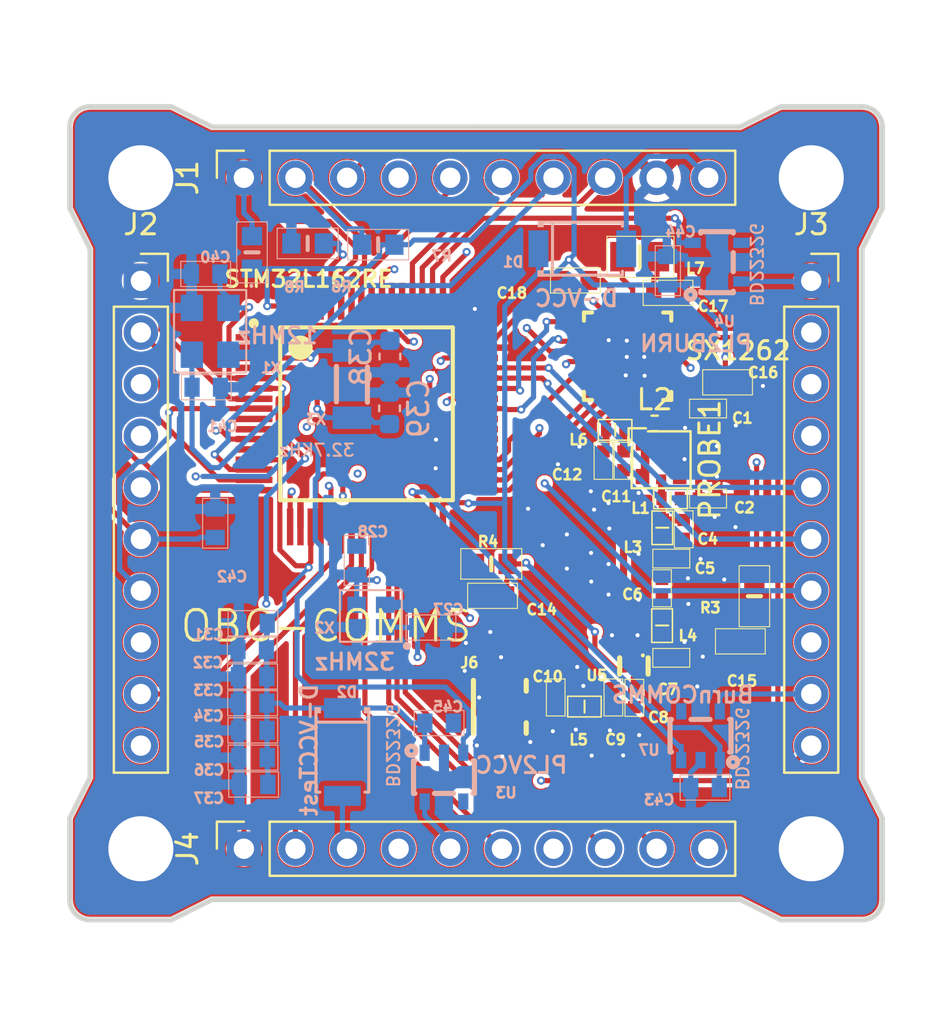
<source format=kicad_pcb>
(kicad_pcb (version 20211014) (generator pcbnew)
  (layers (0 "F.Cu" signal) (1 "In1.Cu" signal) (2 "In2.Cu" signal) (31 "B.Cu" signal) (34 "B.Paste" user) (35 "F.Paste" user) (36 "B.SilkS" user "B.Silkscreen") (37 "F.SilkS" user "F.Silkscreen") (38 "B.Mask" user) (39 "F.Mask" user) (44 "Edge.Cuts" user))
  (net 0 "")
  (net 1 "Net-(C1-Pad1)")
  (net 2 "GND")
  (net 3 "Net-(C4-Pad1)")
  (net 4 "Net-(C4-Pad2)")
  (net 5 "Net-(C6-Pad2)")
  (net 6 "Net-(C7-Pad1)")
  (net 7 "Net-(C8-Pad1)")
  (net 8 "Net-(C8-Pad2)")
  (net 9 "Net-(C10-Pad1)")
  (net 10 "Net-(C14-Pad1)")
  (net 11 "/RFswitch_ctrl")
  (net 12 "VCC")
  (net 13 "Net-(C17-Pad1)")
  (net 14 "/XTB")
  (net 15 "/XTA")
  (net 16 "OSC32_IN")
  (net 17 "OSC32_OUT")
  (net 19 "OSC_OUT")
  (net 20 "NRST")
  (net 21 "Net-(D1-Pad2)")
  (net 22 "VCC_TEST2")
  (net 23 "VCC_TEST1")
  (net 24 "SDA")
  (net 25 "SCL")
  (net 26 "RX")
  (net 28 "PFO")
  (net 30 "TOTAL_CURRENT")
  (net 31 "TX")
  (net 32 "PCLK")
  (net 33 "ADC_PL2")
  (net 34 "DAC_PL2")
  (net 35 "SWCLK")
  (net 36 "SWDIO")
  (net 37 "CHGOFF")
  (net 38 "CLPROG")
  (net 39 "MPPT_X")
  (net 40 "SOLAR_X")
  (net 41 "P{slash}L2BURN")
  (net 42 "PALE")
  (net 43 "PDATA")
  (net 44 "SOLAR_Y")
  (net 45 "SEL_PH2")
  (net 46 "SEL_PH1")
  (net 47 "SEL")
  (net 48 "HEATER")
  (net 49 "BURNCOMMS")
  (net 50 "RST")
  (net 51 "CHRG")
  (net 52 "FAULT")
  (net 53 "SEL_PH3")
  (net 54 "P{slash}L_POWER")
  (net 55 "ADC_PH1")
  (net 56 "RST_DRIVERS")
  (net 57 "MPPT_Y")
  (net 58 "MPPT_Z")
  (net 59 "SOLAR_Z")
  (net 60 "Net-(C11-Pad2)")
  (net 61 "Net-(R3-Pad1)")
  (net 62 "Net-(R6-Pad1)")
  (net 64 "OSC_IN")
  (net 66 "P{slash}L_POWER_OBC")
  (net 67 "BURNCOMMS_OBC")
  (net 68 "NSS")
  (net 69 "SCK")
  (net 70 "MISO")
  (net 71 "MOSI")
  (net 75 "NRESET")
  (net 76 "BUSY")
  (net 77 "DIO1")
  (net 78 "P{slash}L2BURN_OBC")
  (net 84 "Net-(L2-Pad1)")
  (net 88 "Net-(C11-Pad1)")
  (net 89 "Net-(L2-Pad2)")
  (net 90 "Net-(C12-Pad1)")
  (net 91 "Net-(L7-Pad2)")
  (footprint "easyeda:CAPC1608X90N" (layer "F.Cu") (at 104.03 51.857 180)
    (fp_text reference "C18")
    (fp_text value "100nF" hide)
  )
  (footprint "easyeda:CAPC1608X90N" (layer "F.Cu") (at 93.27 65.627 90)
    (fp_text reference "C28")
    (fp_text value "100nF" hide)
  )
  (footprint "easyeda:CAPC1608X90N" (layer "F.Cu") (at 88.12 70.017)
    (fp_text reference "C32")
    (fp_text value "100nF" hide)
  )
  (footprint "easyeda:CAPC1608X90N" (layer "F.Cu") (at 85.86 57.107 180)
    (fp_text reference "C41")
    (fp_text value "20pF" hide)
  )
  (footprint "easyeda:RESC1608X55N" (layer "F.Cu") (at 90.85 50.037)
    (fp_text reference "R6")
    (fp_text value "10k" hide)
  )
  (footprint "easyeda:CAPC1608X90N" (layer "F.Cu") (at 112.15 69.607 180)
    (fp_text reference "C15")
    (fp_text value "1nF" hide)
  )
  (footprint "easyeda:CAPC1608X90N" (layer "F.Cu") (at 88.16 75.327)
    (fp_text reference "C36")
    (fp_text value "100nF" hide)
  )
  (footprint "easyeda:LQW15CNR20J00B" (layer "F.Cu") (at 107.8 63.197 -90)
    (fp_text reference "L3")
    (fp_text value "2.5nH" hide)
  )
  (footprint "easyeda:SSOP-5_L3.0-W1.6-P0.95-LS2.8-TL" (layer "F.Cu") (at 110.19 74.247 -90)
    (fp_text reference "U7")
    (fp_text value "BD2232G-GTR" hide)
  )
  (footprint "easyeda:RESC1608X55N" (layer "F.Cu") (at 88.11 50.477 -90)
    (fp_text reference "R8")
    (fp_text value "4.7k" hide)
  )
  (footprint "easyeda:CAPC1608X90N" (layer "F.Cu") (at 88.14 71.337)
    (fp_text reference "C33")
    (fp_text value "100nF" hide)
  )
  (footprint "easyeda:CAPC1608X90N" (layer "F.Cu") (at 96.92 68.927 180)
    (fp_text reference "C27")
    (fp_text value "10pF" hide)
  )
  (footprint "easyeda:CAPC1005X55N" (layer "F.Cu") (at 108.29 66.997 -90)
    (fp_text reference "C6")
    (fp_text value "39pF" hide)
  )
  (footprint "easyeda:STM-LQFP64" (layer "F.Cu") (at 93.76 58.427)
    (fp_text reference "U1" hide)
    (fp_text value "STM32L162RETx" hide)
  )
  (footprint "easyeda:RESC1608X55N" (layer "F.Cu") (at 99.89 65.797)
    (fp_text reference "R4")
    (fp_text value "100R" hide)
  )
  (footprint "easyeda:SOD-128_L3.7-W2.5-LS4.7-FD" (layer "F.Cu") (at 104.37 50.297)
    (fp_text reference "D1")
    (fp_text value "VCC" hide)
  )
  (footprint "easyeda:CAPC1005X55N" (layer "F.Cu") (at 108.75 65.537)
    (fp_text reference "C5")
    (fp_text value "5.6pF" hide)
  )
  (footprint "easyeda:CAPC1005X55N" (layer "F.Cu") (at 106.93 72.387 -90)
    (fp_text reference "C8")
    (fp_text value "39pF" hide)
  )
  (footprint "easyeda:QFN-24_L4.0-W4.0-P0.50-BL-EP2.6" (layer "F.Cu") (at 106.6 55.597 90)
    (fp_text reference "U2" hide)
    (fp_text value "SX1262IMLTRT" hide)
  )
  (footprint "easyeda:CRYSTAL-SMD_L4.1-W1.5" (layer "F.Cu") (at 93.03 56.957 90)
    (fp_text reference "X3")
    (fp_text value "32.768KHz" hide)
  )
  (footprint "Connector_PinSocket_2.54mm:PinSocket_1x10_P2.54mm_Vertical" (layer "F.Cu") (at 82.64 51.877)
    (fp_text reference "J2")
    (fp_text value "Conn_01x10")
  )
  (footprint "easyeda:LQW15CNR20J00B" (layer "F.Cu") (at 105.3 72.307 180)
    (fp_text reference "L5")
    (fp_text value "9.1nH" hide)
  )
  (footprint "easyeda:CAPC1608X90N" (layer "F.Cu") (at 111.52 56.867)
    (fp_text reference "C16")
    (fp_text value "1uF" hide)
  )
  (footprint "easyeda:CAPC1608X90N" (layer "F.Cu") (at 110.41 76.797 180)
    (fp_text reference "C43")
    (fp_text value "1uF" hide)
  )
  (footprint "easyeda:SSOP-5_L3.0-W1.6-P0.95-LS2.8-TL" (layer "F.Cu") (at 111 50.957 180)
    (fp_text reference "U4")
    (fp_text value "BD2232G-GTR" hide)
  )
  (footprint "Connector_PinSocket_2.54mm:PinSocket_1x10_P2.54mm_Vertical" (layer "F.Cu") (at 87.71 79.807 90)
    (fp_text reference "J4")
    (fp_text value "Conn_01x10")
  )
  (footprint "easyeda:CAPC1005X55N" (layer "F.Cu") (at 110.56 62.587)
    (fp_text reference "C2")
    (fp_text value "47pF" hide)
  )
  (footprint "easyeda:CAPC1608X90N" (layer "F.Cu") (at 108.59 52.467)
    (fp_text reference "C17")
    (fp_text value "470nF" hide)
  )
  (footprint "easyeda:TSNP-6_L1.1-W0.7-P0.40-BR" (layer "F.Cu") (at 106.91 70.817 90)
    (fp_text reference "U5")
    (fp_text value "RFswitch" hide)
  )
  (footprint "easyeda:SSOP-5_L3.0-W1.6-P0.95-LS2.8-TL" (layer "F.Cu") (at 97.56 76.287 90)
    (fp_text reference "U3")
    (fp_text value "BD2232G-GTR" hide)
  )
  (footprint "MountingHole:MountingHole_3.2mm_M3_Pad" (layer "F.Cu") (at 82.64 46.807)
    (fp_text reference "H2" hide)
    (fp_text value "MountingHole_Pad")
  )
  (footprint "easyeda:CAPC1005X55N" (layer "F.Cu") (at 103.06 72.367 90)
    (fp_text reference "C10")
    (fp_text value "3.3pF" hide)
  )
  (footprint "easyeda:CAPC1005X55N" (layer "F.Cu") (at 109.36 64.097 -90)
    (fp_text reference "C4")
    (fp_text value "3.3pF" hide)
  )
  (footprint "easyeda:LQW15CNR20J00B" (layer "F.Cu") (at 107.79 68.007 -90)
    (fp_text reference "L4")
    (fp_text value "4.7nH" hide)
  )
  (footprint "easyeda:U.FL-R-SMT-1(10)" (layer "F.Cu") (at 100.31 72.827 -90)
    (fp_text reference "J6")
    (fp_text value "U.FL-R-SMT-1_10_" hide)
  )
  (footprint "easyeda:CAPC1608X90N" (layer "F.Cu") (at 85.83 51.537)
    (fp_text reference "C40")
    (fp_text value "20pF" hide)
  )
  (footprint "easyeda:CAPC1608X90N" (layer "F.Cu") (at 108.58 51.377 90)
    (fp_text reference "C44")
    (fp_text value "1uF" hide)
  )
  (footprint "Resistor_SMD:R_0402_1005Metric" (layer "F.Cu") (at 107.93 58.887)
    (fp_text reference "L2")
    (fp_text value "0R")
  )
  (footprint "Connector_PinSocket_2.54mm:PinSocket_1x10_P2.54mm_Vertical" (layer "F.Cu") (at 115.64 51.877)
    (fp_text reference "J3")
    (fp_text value "Conn_01x10")
  )
  (footprint "easyeda:RESC1608X55N" (layer "F.Cu") (at 112.84 67.387 -90)
    (fp_text reference "R3")
    (fp_text value "100R" hide)
  )
  (footprint "MountingHole:MountingHole_3.2mm_M3_Pad" (layer "F.Cu") (at 82.64 79.807)
    (fp_text reference "H1" hide)
    (fp_text value "MountingHole_Pad")
  )
  (footprint "easyeda:ECS1201833JEMTR3" (layer "F.Cu") (at 86.05 54.357 90)
    (fp_text reference "X1")
    (fp_text value "12MHz" hide)
  )
  (footprint "easyeda:CAPC1005X55N" (layer "F.Cu") (at 105.41 60.727 -90)
    (fp_text reference "C12")
    (fp_text value "1.8pF" hide)
  )
  (footprint "easyeda:CAPC1005X55N" (layer "F.Cu") (at 106.4 60.727 -90)
    (fp_text reference "C11")
    (fp_text value "2.4pF" hide)
  )
  (footprint "easyeda:SOD-128_L3.7-W2.5-LS4.7-FD" (layer "F.Cu") (at 92.56 75.047 -90)
    (fp_text reference "D2")
    (fp_text value "VCC_TEST" hide)
  )
  (footprint "easyeda:CAPC1608X90N" (layer "F.Cu") (at 97.32 73.627)
    (fp_text reference "C45")
    (fp_text value "1uF" hide)
  )
  (footprint "easyeda:FA128320000MF20XK5" (layer "F.Cu") (at 93.96 68.358)
    (fp_text reference "X2")
    (fp_text value "FA-128_32.0000MF20X-K5" hide)
  )
  (footprint "easyeda:CAPC1608X90N" (layer "F.Cu") (at 99.95 67.367 180)
    (fp_text reference "C14")
    (fp_text value "1nF" hide)
  )
  (footprint "easyeda:CAPC1005X55N" (layer "F.Cu") (at 110.56 58.157)
    (fp_text reference "C1")
    (fp_text value "47nF" hide)
  )
  (footprint "Connector_PinSocket_2.54mm:PinSocket_1x10_P2.54mm_Vertical" (layer "F.Cu") (at 87.71 46.807 90)
    (fp_text reference "J1")
    (fp_text value "Conn_01x10")
  )
  (footprint "easyeda:LQW15CNR20J00B" (layer "F.Cu") (at 106.81 58.697 180)
    (fp_text reference "L6")
    (fp_text value "15nH" hide)
  )
  (footprint "easyeda:CAPC1608X90N" (layer "F.Cu") (at 86.3 63.797 -90)
    (fp_text reference "C42")
    (fp_text value "100nF" hide)
  )
  (footprint "easyeda:CAPC1005X55N" (layer "F.Cu") (at 105.9 72.367 90)
    (fp_text reference "C9")
    (fp_text value "3.3pF" hide)
  )
  (footprint "easyeda:INDC2012X145N" (layer "F.Cu") (at 107.36 50.687 180)
    (fp_text reference "L7")
    (fp_text value "15uH" hide)
  )
  (footprint "easyeda:CAPC1608X90N" (layer "F.Cu") (at 88.16 68.717)
    (fp_text reference "C31")
    (fp_text value "4.7uF" hide)
  )
  (footprint "easyeda:RESC1608X55N" (layer "F.Cu") (at 94.32 50.097)
    (fp_text reference "R7")
    (fp_text value "4.7k" hide)
  )
  (footprint "easyeda:CAPC1005X55N" (layer "F.Cu") (at 108.75 70.417)
    (fp_text reference "C7")
    (fp_text value "2.2pF" hide)
  )
  (footprint "easyeda:CAPC1608X90N" (layer "F.Cu") (at 88.15 73.987)
    (fp_text reference "C35")
    (fp_text value "100nF" hide)
  )
  (footprint "easyeda:LQW15CNR20J00B" (layer "F.Cu") (at 109.54 62.067 180)
    (fp_text reference "L1")
    (fp_text value "47nH" hide)
  )
  (footprint "easyeda:CAPC1608X90N" (layer "F.Cu") (at 88.14 72.647)
    (fp_text reference "C34")
    (fp_text value "100nF" hide)
  )
  (footprint "MountingHole:MountingHole_3.2mm_M3_Pad" (layer "F.Cu") (at 115.64 46.807)
    (fp_text reference "H3" hide)
    (fp_text value "MountingHole_Pad")
  )
  (footprint "MountingHole:MountingHole_3.2mm_M3_Pad" (layer "F.Cu") (at 115.64 79.807)
    (fp_text reference "H4" hide)
    (fp_text value "MountingHole_Pad")
  )
  (footprint "GGS_Connectors:CoaxialSwitch_Hirose_MS-156C3_Horizontal" (layer "F.Cu") (at 108.25 60.677 -90)
    (fp_text reference "PROBE1")
    (fp_text value "MS-156C")
  )
  (footprint "easyeda:CAPC1608X90N" (layer "F.Cu") (at 88.19 76.647)
    (fp_text reference "C37")
    (fp_text value "1uF" hide)
  )
  (footprint "Capacitor_SMD:C_0603_1608Metric" (layer "B.Cu") (at 94.88 58.147 90)
    (fp_text reference "C39")
    (fp_text value "10pF")
  )
  (footprint "Capacitor_SMD:C_0603_1608Metric" (layer "B.Cu") (at 94.9 55.597 -90)
    (fp_text reference "C38")
    (fp_text value "10pF")
  )
  (gr_poly (pts (xy 98.628 74.129) (xy 98.66 74.097) (xy 98.67 74.097) (xy 98.638 74.129) (xy 98.628 74.129)) (layer "F.Cu") (width 0) (fill solid))
  (gr_line (start 84.14 83.307) (end 80.141 83.307) (layer "Edge.Cuts") (width 0.25))
  (gr_line (start 84.14 43.307) (end 86.14 44.307) (layer "Edge.Cuts") (width 0.25))
  (gr_line (start 114.14 43.307) (end 118.14 43.307) (layer "Edge.Cuts") (width 0.25))
  (gr_arc (start 79.14 44.307) (mid 79.432893 43.599893) (end 80.14 43.307) (layer "Edge.Cuts") (width 0.25))
  (gr_line (start 80.14 50.307) (end 79.14 48.307) (layer "Edge.Cuts") (width 0.25))
  (gr_line (start 114.141 83.307) (end 118.141 83.307) (layer "Edge.Cuts") (width 0.25))
  (gr_arc (start 118.14 43.307) (mid 118.847181 43.599967) (end 119.14 44.307209) (layer "Edge.Cuts") (width 0.25))
  (gr_line (start 79.14 48.307) (end 79.14 44.307) (layer "Edge.Cuts") (width 0.25))
  (gr_line (start 112.141 82.307) (end 86.141 82.307) (layer "Edge.Cuts") (width 0.25))
  (gr_line (start 99.14 44.307) (end 112.14 44.307) (layer "Edge.Cuts") (width 0.25))
  (gr_line (start 119.141 48.307) (end 118.141 50.307) (layer "Edge.Cuts") (width 0.25))
  (gr_line (start 119.141 44.307) (end 119.141 48.307) (layer "Edge.Cuts") (width 0.25))
  (gr_line (start 118.14 50.307) (end 118.14 76.307) (layer "Edge.Cuts") (width 0.25))
  (gr_arc (start 119.14 82.307) (mid 118.847107 83.014107) (end 118.14 83.307) (layer "Edge.Cuts") (width 0.25))
  (gr_line (start 119.141 78.307) (end 119.141 82.307) (layer "Edge.Cuts") (width 0.25))
  (gr_line (start 112.14 44.307) (end 114.14 43.307) (layer "Edge.Cuts") (width 0.25))
  (gr_line (start 86.141 82.307) (end 84.14 83.307) (layer "Edge.Cuts") (width 0.25))
  (gr_line (start 118.141 76.307) (end 119.141 78.307) (layer "Edge.Cuts") (width 0.25))
  (gr_line (start 86.14 44.307) (end 99.14 44.307) (layer "Edge.Cuts") (width 0.25))
  (gr_line (start 80.14 43.307) (end 84.14 43.307) (layer "Edge.Cuts") (width 0.25))
  (gr_arc (start 80.14 83.307) (mid 79.432893 83.014107) (end 79.14 82.307) (layer "Edge.Cuts") (width 0.25))
  (gr_line (start 79.14 82.307) (end 79.14 78.307) (layer "Edge.Cuts") (width 0.25))
  (gr_line (start 114.141 83.307) (end 112.141 82.307) (layer "Edge.Cuts") (width 0.25))
  (gr_line (start 80.14 76.307) (end 80.14 50.307) (layer "Edge.Cuts") (width 0.25))
  (gr_line (start 79.14 78.307) (end 80.14 76.307) (layer "Edge.Cuts") (width 0.25))
  (gr_text "32.7KHz" (at 93.22 60.207) (layer "B.SilkS") (effects (font (size 0.6 0.6) (thickness 0.1)) (justify left mirror)))
  (gr_text "BD2232G" (at 112.22 76.997 -90) (layer "B.SilkS") (effects (font (size 0.6 0.6) (thickness 0.1)) (justify left mirror)))
  (gr_text "BD2232G" (at 112.93 53.187 -90) (layer "B.SilkS") (effects (font (size 0.6 0.6) (thickness 0.1)) (justify left mirror)))
  (gr_text "32MHz" (at 95.23 70.617) (layer "B.SilkS") (effects (font (size 0.8 0.8) (thickness 0.152)) (justify left mirror)))
  (gr_text "BurnCOMMS" (at 112.9 72.237) (layer "B.SilkS") (effects (font (size 0.8 0.8) (thickness 0.152)) (justify left mirror)))
  (gr_text "D-VCC" (at 106.22 52.74) (layer "B.SilkS") (effects (font (size 0.8 0.8) (thickness 0.152)) (justify left mirror)))
  (gr_text "D-VCCTest" (at 90.92 71.607 90) (layer "B.SilkS") (effects (font (size 0.8 0.8) (thickness 0.152)) (justify left mirror)))
  (gr_text "BD2232G" (at 95.03 76.847 -90) (layer "B.SilkS") (effects (font (size 0.6 0.6) (thickness 0.1)) (justify left mirror)))
  (gr_text "PL2VCC" (at 103.725 75.697) (layer "B.SilkS") (effects (font (size 0.8 0.8) (thickness 0.152)) (justify left mirror)))
  (gr_text "PL2BURN" (at 112.81 54.957) (layer "B.SilkS") (effects (font (size 0.8 0.8) (thickness 0.152)) (justify left mirror)))
  (gr_text "12MHz" (at 91.43 54.567) (layer "B.SilkS") (effects (font (size 0.8 0.8) (thickness 0.152)) (justify left mirror)))
  (gr_text "SX1262" (at 109.37 55.307) (layer "F.SilkS") (effects (font (size 0.9 0.9) (thickness 0.152)) (justify left)))
  (gr_text "STM32L162RE" (at 86.66 51.787) (layer "F.SilkS") (effects (font (size 0.8 0.8) (thickness 0.152)) (justify left)))
  (gr_text "OBC-COMMS" (at 84.48 68.857) (layer "F.SilkS") (effects (font (size 1.5 1.5) (thickness 0.152)) (justify left)))
  (via (at 93.31 61.357) (size 0.4) (drill 0.2) (layers "F.Cu" "B.Cu") (net 0))
  (via (at 90.81 59.057) (size 0.4) (drill 0.2) (layers "F.Cu" "B.Cu") (net 0))
  (segment (start 110.1 58.157) (end 110.1 62.587) (width 0.35) (layer "F.Cu") (net 1))
  (segment (start 109.943 58) (end 110.1 58.157) (width 0.3) (layer "F.Cu") (net 1))
  (segment (start 108.253 58) (end 109.943 58) (width 0.3) (layer "F.Cu") (net 1))
  (segment (start 107.85 57.597) (end 108.253 58) (width 0.3) (layer "F.Cu") (net 1))
  (segment (start 109.17 62.575) (end 110.1 62.588) (width 0.35) (layer "F.Cu") (net 1))
  (segment (start 107.09 69.821) (end 107.09 69.307) (width 0.2) (layer "F.Cu") (net 2))
  (segment (start 104.25 59.536) (end 105.419 58.367) (width 0.2) (layer "F.Cu") (net 2))
  (segment (start 104.25 60.017) (end 104.25 59.536) (width 0.2) (layer "F.Cu") (net 2))
  (segment (start 105.851 57.597) (end 105.861 57.925) (width 0.2) (layer "F.Cu") (net 2))
  (segment (start 106.91 70.001) (end 107.09 69.821) (width 0.2) (layer "F.Cu") (net 2))
  (segment (start 106.91 70.617) (end 106.91 70.001) (width 0.2) (layer "F.Cu") (net 2))
  (segment (start 110.321 70.338) (end 111.05 69.606) (width 0.254) (layer "F.Cu") (net 2))
  (segment (start 105.861 57.925) (end 105.419 58.367) (width 0.2) (layer "F.Cu") (net 2))
  (segment (start 106.91 70.326) (end 106.88 70.296) (width 0.2) (layer "F.Cu") (net 2))
  (segment (start 111.05 69.606) (end 111.449 69.606) (width 0.254) (layer "F.Cu") (net 2))
  (segment (start 106.88 70.296) (end 106.88 69.867) (width 0.2) (layer "F.Cu") (net 2))
  (via (at 106.38 75.217) (size 0.4) (drill 0.2) (layers "F.Cu" "B.Cu") (net 2))
  (via (at 109.4 69.637) (size 0.4) (drill 0.2) (layers "F.Cu" "B.Cu") (net 2))
  (via (at 109.59 67.767) (size 0.4) (drill 0.2) (layers "F.Cu" "B.Cu") (net 2))
  (via (at 97.17 59.687) (size 0.4) (drill 0.2) (layers "F.Cu" "B.Cu") (net 2))
  (via (at 105.66 65.807) (size 0.4) (drill 0.2) (layers "F.Cu" "B.Cu") (net 2))
  (via (at 111.36 66.567) (size 0.4) (drill 0.2) (layers "F.Cu" "B.Cu") (net 2))
  (via (at 107.09 69.307) (size 0.4) (drill 0.2) (layers "F.Cu" "B.Cu") (net 2))
  (via (at 100.43 75.267) (size 0.4) (drill 0.2) (layers "F.Cu" "B.Cu") (net 2))
  (via (at 99.18 74.727) (size 0.4) (drill 0.2) (layers "F.Cu" "B.Cu") (net 2))
  (via (at 99.84 69.147) (size 0.4) (drill 0.2) (layers "F.Cu" "B.Cu") (net 2))
  (via (at 107.14 67.557) (size 0.4) (drill 0.2) (layers "F.Cu" "B.Cu") (net 2))
  (via (at 110.3 70.357) (size 0.4) (drill 0.2) (layers "F.Cu" "B.Cu") (net 2))
  (via (at 104.42 71.797) (size 0.4) (drill 0.2) (layers "F.Cu" "B.Cu") (net 2))
  (via (at 104.23 60.027) (size 0.4) (drill 0.2) (layers "F.Cu" "B.Cu") (net 2))
  (via (at 110.89 63.487) (size 0.4) (drill 0.2) (layers "F.Cu" "B.Cu") (net 2))
  (via (at 109.4 60.647) (size 0.4) (drill 0.2) (layers "F.Cu" "B.Cu") (net 2))
  (via (at 100.37 70.387) (size 0.4) (drill 0.2) (layers "F.Cu" "B.Cu") (net 2))
  (via (at 106.56 55.617) (size 0.4) (drill 0.2) (layers "F.Cu" "B.Cu") (net 2))
  (via (at 105.83 69.307) (size 0.4) (drill 0.2) (layers "F.Cu" "B.Cu") (net 2))
  (via (at 104.83 75.227) (size 0.4) (drill 0.2) (layers "F.Cu" "B.Cu") (net 2))
  (via (at 107.42 55.617) (size 0.4) (drill 0.2) (layers "F.Cu" "B.Cu") (net 2))
  (via (at 99.08 53.257) (size 0.4) (drill 0.2) (layers "F.Cu" "B.Cu") (net 2))
  (via (at 101.81 74.557) (size 0.4) (drill 0.2) (layers "F.Cu" "B.Cu") (net 2))
  (via (at 109.43 59.107) (size 0.4) (drill 0.2) (layers "F.Cu" "B.Cu") (net 2))
  (via (at 110.19 65.557) (size 0.4) (drill 0.2) (layers "F.Cu" "B.Cu") (net 2))
  (via (at 104.79 62.227) (size 0.4) (drill 0.2) (layers "F.Cu" "B.Cu") (net 2))
  (via (at 98.64 69.687) (size 0.4) (drill 0.2) (layers "F.Cu" "B.Cu") (net 2))
  (via (at 109.57 66.507) (size 0.4) (drill 0.2) (layers "F.Cu" "B.Cu") (net 2))
  (via (at 110.997 60.004) (size 0.4) (drill 0.2) (layers "F.Cu" "B.Cu") (net 2))
  (via (at 107.14 65.307) (size 0.4) (drill 0.2) (layers "F.Cu" "B.Cu") (net 2))
  (via (at 103.61 64.347) (size 0.4) (drill 0.2) (layers "F.Cu" "B.Cu") (net 2))
  (via (at 111.93 58.987) (size 0.4) (drill 0.2) (layers "F.Cu" "B.Cu") (net 2))
  (via (at 104.05 73.947) (size 0.4) (drill 0.2) (layers "F.Cu" "B.Cu") (net 2))
  (via (at 107.438 56.545) (size 0.4) (drill 0.2) (layers "F.Cu" "B.Cu") (net 2))
  (via (at 102.92 74.027) (size 0.4) (drill 0.2) (layers "F.Cu" "B.Cu") (net 2))
  (via (at 101.7 63.087) (size 0.4) (drill 0.2) (layers "F.Cu" "B.Cu") (net 2))
  (via (at 105.67 54.797) (size 0.4) (drill 0.2) (layers "F.Cu" "B.Cu") (net 2))
  (via (at 111 61.497) (size 0.4) (drill 0.2) (layers "F.Cu" "B.Cu") (net 2))
  (via (at 105.66 67.307) (size 0.4) (drill 0.2) (layers "F.Cu" "B.Cu") (net 2))
  (via (at 111.91 63.987) (size 0.4) (drill 0.2) (layers "F.Cu" "B.Cu") (net 2))
  (via (at 97.15 61.097) (size 0.4) (drill 0.2) (layers "F.Cu" "B.Cu") (net 2))
  (via (at 104.8 65.257) (size 0.4) (drill 0.2) (layers "F.Cu" "B.Cu") (net 2))
  (via (at 106.509 56.525) (size 0.4) (drill 0.2) (layers "F.Cu" "B.Cu") (net 2))
  (via (at 113.26 57.047) (size 0.4) (drill 0.2) (layers "F.Cu" "B.Cu") (net 2))
  (via (at 105.73 73.987) (size 0.4) (drill 0.2) (layers "F.Cu" "B.Cu") (net 2))
  (via (at 107.17 74.217) (size 0.4) (drill 0.2) (layers "F.Cu" "B.Cu") (net 2))
  (via (at 104.81 66.667) (size 0.4) (drill 0.2) (layers "F.Cu" "B.Cu") (net 2))
  (via (at 104.12 70.867) (size 0.4) (drill 0.2) (layers "F.Cu" "B.Cu") (net 2))
  (via (at 103.61 66.027) (size 0.4) (drill 0.2) (layers "F.Cu" "B.Cu") (net 2))
  (via (at 107.14 62.307) (size 0.4) (drill 0.2) (layers "F.Cu" "B.Cu") (net 2))
  (via (at 105.7 64.057) (size 0.4) (drill 0.2) (layers "F.Cu" "B.Cu") (net 2))
  (via (at 105.66 62.807) (size 0.4) (drill 0.2) (layers "F.Cu" "B.Cu") (net 2))
  (via (at 110.03 71.827) (size 0.4) (drill 0.2) (layers "F.Cu" "B.Cu") (net 2))
  (via (at 106.56 54.817) (size 0.4) (drill 0.2) (layers "F.Cu" "B.Cu") (net 2))
  (via (at 98.58 71.057) (size 0.4) (drill 0.2) (layers "F.Cu" "B.Cu") (net 2))
  (via (at 99.29 72.367) (size 0.4) (drill 0.2) (layers "F.Cu" "B.Cu") (net 2))
  (via (at 104.95 63.127) (size 0.4) (drill 0.2) (layers "F.Cu" "B.Cu") (net 2))
  (via (at 102.42 64.877) (size 0.4) (drill 0.2) (layers "F.Cu" "B.Cu") (net 2))
  (via (at 103.17 60.897) (size 0.4) (drill 0.2) (layers "F.Cu" "B.Cu") (net 2))
  (segment (start 109.71 76.797) (end 109.71 76.422) (width 0.254) (layer "B.Cu") (net 2))
  (segment (start 110.19 75.568) (end 109.71 76.048) (width 0.254) (layer "B.Cu") (net 2))
  (segment (start 109.71 76.422) (end 109.71 76.048) (width 0.254) (layer "B.Cu") (net 2))
  (segment (start 110.19 75.447) (end 110.19 75.568) (width 0.254) (layer "B.Cu") (net 2))
  (segment (start 108.25 61.637) (end 108.27 61.657) (width 0.35) (layer "F.Cu") (net 3))
  (segment (start 108.308 62.613) (end 108.308 63.567) (width 0.35) (layer "F.Cu") (net 3))
  (segment (start 108.27 61.657) (end 108.27 62.575) (width 0.35) (layer "F.Cu") (net 3))
  (segment (start 108.378 63.637) (end 109.36 63.637) (width 0.35) (layer "F.Cu") (net 3))
  (segment (start 108.27 62.575) (end 108.308 62.613) (width 0.35) (layer "F.Cu") (net 3))
  (segment (start 108.308 63.567) (end 108.378 63.637) (width 0.35) (layer "F.Cu") (net 3))
  (segment (start 108.307 64.468) (end 108.289 65.537) (width 0.35) (layer "F.Cu") (net 4))
  (segment (start 109.36 64.557) (end 109.27 64.467) (width 0.35) (layer "F.Cu") (net 4))
  (segment (start 108.29 65.537) (end 108.29 66.537) (width 0.35) (layer "F.Cu") (net 4))
  (segment (start 109.27 64.467) (end 108.308 64.467) (width 0.35) (layer "F.Cu") (net 4))
  (segment (start 108.289 67.457) (end 108.297 68.377) (width 0.35) (layer "F.Cu") (net 5))
  (segment (start 108.19 70.417) (end 108.29 70.417) (width 0.2) (layer "F.Cu") (net 6))
  (segment (start 108.297 69.276) (end 108.29 69.283) (width 0.35) (layer "F.Cu") (net 6))
  (segment (start 107.31 70.617) (end 107.99 70.617) (width 0.2) (layer "F.Cu") (net 6))
  (segment (start 107.99 70.617) (end 108.19 70.417) (width 0.2) (layer "F.Cu") (net 6))
  (segment (start 108.29 69.283) (end 108.29 70.417) (width 0.35) (layer "F.Cu") (net 6))
  (segment (start 106.93 71.927) (end 106.93 71.397) (width 0.35) (layer "F.Cu") (net 7))
  (segment (start 106.91 71.016) (end 106.93 71.397) (width 0.25) (layer "F.Cu") (net 7))
  (segment (start 106.93 72.847) (end 105.899 72.827) (width 0.35) (layer "F.Cu") (net 8))
  (segment (start 105.899 72.827) (end 104.931 72.814) (width 0.35) (layer "F.Cu") (net 8))
  (segment (start 104.029 72.814) (end 103.059 72.827) (width 0.35) (layer "F.Cu") (net 9))
  (segment (start 103.06 72.827) (end 101.835 72.827) (width 0.35) (layer "F.Cu") (net 9))
  (segment (start 100.69 65.797) (end 100.69 66.578) (width 0.254) (layer "F.Cu") (net 10))
  (segment (start 106.049 71.016) (end 106.503 71.016) (width 0.254) (layer "F.Cu") (net 10))
  (segment (start 100.65 67.367) (end 100.65 66.618) (width 0.254) (layer "F.Cu") (net 10))
  (segment (start 101.538 65.797) (end 100.69 65.797) (width 0.254) (layer "F.Cu") (net 10))
  (segment (start 101.6 65.736) (end 101.538 65.797) (width 0.254) (layer "F.Cu") (net 10))
  (segment (start 104.99 69.977) (end 106.049 71.016) (width 0.254) (layer "F.Cu") (net 10))
  (segment (start 100.69 66.578) (end 100.65 66.618) (width 0.254) (layer "F.Cu") (net 10))
  (segment (start 104.99 69.136) (end 104.99 69.977) (width 0.254) (layer "F.Cu") (net 10))
  (via (at 104.99 69.137) (size 0.4) (drill 0.2) (layers "F.Cu" "B.Cu") (net 10))
  (via (at 101.6 65.736) (size 0.4) (drill 0.2) (layers "F.Cu" "B.Cu") (net 10))
  (segment (start 101.6 65.747) (end 104.99 69.137) (width 0.254) (layer "B.Cu") (net 10))
  (segment (start 101.6 65.736) (end 101.6 65.747) (width 0.254) (layer "B.Cu") (net 10))
  (segment (start 111.441 71.016) (end 112.85 69.607) (width 0.254) (layer "F.Cu") (net 11))
  (segment (start 112.851 69.606) (end 112.841 68.186) (width 0.254) (layer "F.Cu") (net 11))
  (segment (start 107.316 71.016) (end 111.441 71.016) (width 0.254) (layer "F.Cu") (net 11))
  (segment (start 98.771 62.819) (end 98.742 62.79) (width 0.254) (layer "F.Cu") (net 12))
  (segment (start 97.506 64.942) (end 97.506 63.977) (width 0.254) (layer "F.Cu") (net 12))
  (segment (start 89.988 52.877) (end 89.988 53.114) (width 0.254) (layer "F.Cu") (net 12))
  (segment (start 90.901 65.976) (end 90.815 65.889) (width 0.254) (layer "F.Cu") (net 12))
  (segment (start 105.85 52.323) (end 105.384 51.857) (width 0.254) (layer "F.Cu") (net 12))
  (segment (start 99.09 65.797) (end 98.361 65.797) (width 0.254) (layer "F.Cu") (net 12))
  (segment (start 108.62 56.867) (end 108.6 56.847) (width 0.254) (layer "F.Cu") (net 12))
  (segment (start 106.35 53.597) (end 106.35 53.24) (width 0.254) (layer "F.Cu") (net 12))
  (segment (start 88.804 54.655) (end 89.397 54.655) (width 0.254) (layer "F.Cu") (net 12))
  (segment (start 89.48 65.1) (end 90.269 65.889) (width 0.254) (layer "F.Cu") (net 12))
  (segment (start 90.815 65.889) (end 91.004 65.7) (width 0.254) (layer "F.Cu") (net 12))
  (segment (start 89.988 54.064) (end 89.988 54.064) (width 0.254) (layer "F.Cu") (net 12))
  (segment (start 97.506 64.57) (end 97.506 63.977) (width 0.254) (layer "F.Cu") (net 12))
  (segment (start 89.988 53.114) (end 88.86 53.114) (width 0.254) (layer "F.Cu") (net 12))
  (segment (start 103.621 52.967) (end 104.731 51.857) (width 0.254) (layer "F.Cu") (net 12))
  (segment (start 97.506 63.977) (end 97.506 62.79) (width 0.254) (layer "F.Cu") (net 12))
  (segment (start 91.004 65.7) (end 91.004 63.977) (width 0.254) (layer "F.Cu") (net 12))
  (segment (start 88.804 54.655) (end 88.21 54.655) (width 0.254) (layer "F.Cu") (net 12))
  (segment (start 89.397 54.655) (end 89.988 54.064) (width 0.254) (layer "F.Cu") (net 12))
  (segment (start 89.48 60.758) (end 89.48 65.1) (width 0.254) (layer "F.Cu") (net 12))
  (segment (start 88.21 60.675) (end 89.397 60.675) (width 0.254) (layer "F.Cu") (net 12))
  (segment (start 98.361 65.797) (end 97.506 64.942) (width 0.254) (layer "F.Cu") (net 12))
  (segment (start 104.73 51.857) (end 105.384 51.857) (width 0.254) (layer "F.Cu") (net 12))
  (segment (start 104.73 51.857) (end 104.403 51.857) (width 0.254) (layer "F.Cu") (net 12))
  (segment (start 104.403 51.53) (end 104.403 51.857) (width 0.254) (layer "F.Cu") (net 12))
  (segment (start 89.397 60.675) (end 89.48 60.758) (width 0.254) (layer "F.Cu") (net 12))
  (segment (start 90.269 65.889) (end 90.815 65.889) (width 0.254) (layer "F.Cu") (net 12))
  (segment (start 105.85 53.597) (end 105.85 52.323) (width 0.254) (layer "F.Cu") (net 12))
  (segment (start 99.31 54.656) (end 100.133 54.656) (width 0.254) (layer "F.Cu") (net 12))
  (segment (start 101.83 52.967) (end 103.621 52.967) (width 0.254) (layer "F.Cu") (net 12))
  (segment (start 111.41 55.617) (end 111.41 56.277) (width 0.254) (layer "F.Cu") (net 12))
  (segment (start 98.742 62.79) (end 97.506 62.79) (width 0.254) (layer "F.Cu") (net 12))
  (segment (start 106.35 53.24) (end 105.85 52.74) (width 0.254) (layer "F.Cu") (net 12))
  (segment (start 100.133 54.656) (end 101.83 52.967) (width 0.254) (layer "F.Cu") (net 12))
  (segment (start 89.988 53.114) (end 89.988 54.064) (width 0.254) (layer "F.Cu") (net 12))
  (segment (start 110.82 56.867) (end 108.62 56.867) (width 0.254) (layer "F.Cu") (net 12))
  (segment (start 111.41 56.277) (end 110.82 56.867) (width 0.254) (layer "F.Cu") (net 12))
  (segment (start 103.71 50.837) (end 104.403 51.53) (width 0.254) (layer "F.Cu") (net 12))
  (via (at 90.901 65.975) (size 0.4) (drill 0.2) (layers "F.Cu" "B.Cu") (net 12))
  (via (at 88.86 53.114) (size 0.4) (drill 0.2) (layers "F.Cu" "B.Cu") (net 12))
  (via (at 103.71 50.837) (size 0.4) (drill 0.2) (layers "F.Cu" "B.Cu") (net 12))
  (via (at 111.41 55.617) (size 0.4) (drill 0.2) (layers "F.Cu" "B.Cu") (net 12))
  (via (at 98.771 62.819) (size 0.4) (drill 0.2) (layers "F.Cu" "B.Cu") (net 12))
  (segment (start 88.89 76.647) (end 88.89 75.898) (width 0.254) (layer "B.Cu") (net 12))
  (segment (start 108.789 73.852) (end 100.552 65.614) (width 0.254) (layer "B.Cu") (net 12))
  (segment (start 88.85 74.362) (end 88.84 74.352) (width 0.254) (layer "B.Cu") (net 12))
  (segment (start 111.11 76.422) (end 111.11 76.048) (width 0.254) (layer "B.Cu") (net 12))
  (segment (start 94.755 50.097) (end 94.391 50.097) (width 0.254) (layer "B.Cu") (net 12))
  (segment (start 103.361 45.756) (end 102.469 45.756) (width 0.254) (layer "B.Cu") (net 12))
  (segment (start 102.21 51.481) (end 103.066 51.481) (width 0.254) (layer "B.Cu") (net 12))
  (segment (start 101.833 46.906) (end 98.869 49.869) (width 0.254) (layer "B.Cu") (net 12))
  (segment (start 103.71 50.837) (end 103.965 50.582) (width 0.254) (layer "B.Cu") (net 12))
  (segment (start 100.552 62.819) (end 98.771 62.819) (width 0.254) (layer "B.Cu") (net 12))
  (segment (start 88.85 74.362) (end 88.85 74.736) (width 0.254) (layer "B.Cu") (net 12))
  (segment (start 88.84 71.337) (end 88.84 70.588) (width 0.254) (layer "B.Cu") (net 12))
  (segment (start 96.61 75.087) (end 96.61 73.627) (width 0.254) (layer "B.Cu") (net 12))
  (segment (start 88.86 75.327) (end 88.86 74.746) (width 0.254) (layer "B.Cu") (net 12))
  (segment (start 94.391 50.644) (end 94.391 50.097) (width 0.254) (layer "B.Cu") (net 12))
  (segment (start 102.21 50.297) (end 102.21 51.481) (width 0.254) (layer "B.Cu") (net 12))
  (segment (start 96.077 49.869) (end 95.849 50.097) (width 0.254) (layer "B.Cu") (net 12))
  (segment (start 88.86 75.868) (end 88.86 75.327) (width 0.254) (layer "B.Cu") (net 12))
  (segment (start 88.82 69.268) (end 88.86 69.228) (width 0.254) (layer "B.Cu") (net 12))
  (segment (start 88.89 75.898) (end 88.86 75.868) (width 0.254) (layer "B.Cu") (net 12))
  (segment (start 110.224 73.852) (end 108.789 73.852) (width 0.254) (layer "B.Cu") (net 12))
  (segment (start 109.205 52.077) (end 109.283 52.077) (width 0.254) (layer "B.Cu") (net 12))
  (segment (start 108.829 52.077) (end 108.58 52.077) (width 0.254) (layer "B.Cu") (net 12))
  (segment (start 92.56 72.887) (end 95.226 72.887) (width 0.254) (layer "B.Cu") (net 12))
  (segment (start 109.283 52.077) (end 109.329 52.077) (width 0.254) (layer "B.Cu") (net 12))
  (segment (start 103.965 50.582) (end 103.965 46.36) (width 0.254) (layer "B.Cu") (net 12))
  (segment (start 88.82 70.568) (end 88.82 70.017) (width 0.254) (layer "B.Cu") (net 12))
  (segment (start 111.11 76.048) (end 111.14 76.018) (width 0.254) (layer "B.Cu") (net 12))
  (segment (start 88.84 74.352) (end 88.84 72.647) (width 0.254) (layer "B.Cu") (net 12))
  (segment (start 88.86 51.277) (end 88.86 53.114) (width 0.254) (layer "B.Cu") (net 12))
  (segment (start 103.066 51.481) (end 103.71 50.837) (width 0.254) (layer "B.Cu") (net 12))
  (segment (start 109.8 51.907) (end 109.499 51.907) (width 0.254) (layer "B.Cu") (net 12))
  (segment (start 111.14 75.447) (end 111.14 74.768) (width 0.254) (layer "B.Cu") (net 12))
  (segment (start 88.11 51.277) (end 88.86 51.277) (width 0.254) (layer "B.Cu") (net 12))
  (segment (start 111.14 76.018) (end 111.14 75.447) (width 0.254) (layer "B.Cu") (net 12))
  (segment (start 111.14 74.768) (end 110.224 73.852) (width 0.254) (layer "B.Cu") (net 12))
  (segment (start 108.58 52.077) (end 104.95 52.077) (width 0.254) (layer "B.Cu") (net 12))
  (segment (start 88.85 73.987) (end 88.85 74.362) (width 0.254) (layer "B.Cu") (net 12))
  (segment (start 88.861 68.717) (end 89.709 67.866) (width 0.2) (layer "B.Cu") (net 12))
  (segment (start 94.755 50.097) (end 95.12 50.097) (width 0.254) (layer "B.Cu") (net 12))
  (segment (start 102.469 45.756) (end 101.833 46.392) (width 0.254) (layer "B.Cu") (net 12))
  (segment (start 98.869 49.869) (end 96.077 49.869) (width 0.254) (layer "B.Cu") (net 12))
  (segment (start 88.86 69.228) (end 88.86 68.717) (width 0.254) (layer "B.Cu") (net 12))
  (segment (start 88.84 72.647) (end 89.494 72.647) (width 0.254) (layer "B.Cu") (net 12))
  (segment (start 95.226 72.887) (end 95.966 73.627) (width 0.254) (layer "B.Cu") (net 12))
  (segment (start 101.833 46.392) (end 101.833 46.906) (width 0.254) (layer "B.Cu") (net 12))
  (segment (start 111.41 54.204) (end 111.41 55.617) (width 0.254) (layer "B.Cu") (net 12))
  (segment (start 111.11 76.422) (end 111.11 76.797) (width 0.254) (layer "B.Cu") (net 12))
  (segment (start 92.56 72.887) (end 91.376 72.887) (width 0.254) (layer "B.Cu") (net 12))
  (segment (start 88.84 70.588) (end 88.82 70.568) (width 0.254) (layer "B.Cu") (net 12))
  (segment (start 104.95 52.077) (end 103.71 50.837) (width 0.254) (layer "B.Cu") (net 12))
  (segment (start 109.283 52.077) (end 111.41 54.204) (width 0.254) (layer "B.Cu") (net 12))
  (segment (start 89.734 72.887) (end 91.376 72.887) (width 0.254) (layer "B.Cu") (net 12))
  (segment (start 95.12 50.097) (end 95.849 50.097) (width 0.254) (layer "B.Cu") (net 12))
  (segment (start 88.84 72.647) (end 88.84 71.337) (width 0.254) (layer "B.Cu") (net 12))
  (segment (start 96.62 73.627) (end 96.61 73.627) (width 0.254) (layer "B.Cu") (net 12))
  (segment (start 103.965 46.36) (end 103.361 45.756) (width 0.254) (layer "B.Cu") (net 12))
  (segment (start 109.499 51.907) (end 109.329 52.077) (width 0.254) (layer "B.Cu") (net 12))
  (segment (start 89.709 67.866) (end 89.709 67.188) (width 0.2) (layer "B.Cu") (net 12))
  (segment (start 89.494 72.647) (end 89.734 72.887) (width 0.254) (layer "B.Cu") (net 12))
  (segment (start 89.709 67.188) (end 90.9 65.977) (width 0.2) (layer "B.Cu") (net 12))
  (segment (start 102.21 51.481) (end 100.552 53.14) (width 0.254) (layer "B.Cu") (net 12))
  (segment (start 88.82 70.017) (end 88.82 69.268) (width 0.254) (layer "B.Cu") (net 12))
  (segment (start 96.61 73.627) (end 95.966 73.627) (width 0.254) (layer "B.Cu") (net 12))
  (segment (start 108.829 52.077) (end 109.205 52.077) (width 0.254) (layer "B.Cu") (net 12))
  (segment (start 100.552 53.14) (end 100.552 62.819) (width 0.254) (layer "B.Cu") (net 12))
  (segment (start 100.552 65.614) (end 100.552 62.819) (width 0.254) (layer "B.Cu") (net 12))
  (segment (start 88.86 51.277) (end 93.757 51.277) (width 0.254) (layer "B.Cu") (net 12))
  (segment (start 93.757 51.277) (end 94.391 50.644) (width 0.254) (layer "B.Cu") (net 12))
  (segment (start 88.86 74.746) (end 88.85 74.736) (width 0.254) (layer "B.Cu") (net 12))
  (segment (start 107.85 53.256) (end 107.85 53.597) (width 0.254) (layer "F.Cu") (net 13))
  (segment (start 107.89 52.467) (end 107.89 51.718) (width 0.254) (layer "F.Cu") (net 13))
  (segment (start 107.89 53.216) (end 107.85 53.256) (width 0.254) (layer "F.Cu") (net 13))
  (segment (start 108.044 51.691) (end 108.017 51.718) (width 0.254) (layer "F.Cu") (net 13))
  (segment (start 108.017 51.718) (end 107.89 51.718) (width 0.254) (layer "F.Cu") (net 13))
  (segment (start 108.044 50.687) (end 108.044 51.691) (width 0.254) (layer "F.Cu") (net 13))
  (segment (start 107.89 52.467) (end 107.89 53.216) (width 0.254) (layer "F.Cu") (net 13))
  (segment (start 110.24 54.666) (end 112.579 54.666) (width 0.254) (layer "F.Cu") (net 14))
  (segment (start 114.029 56.116) (end 114.029 56.347) (width 0.254) (layer "F.Cu") (net 14))
  (segment (start 108.599 55.347) (end 109.521 55.347) (width 0.254) (layer "F.Cu") (net 14))
  (segment (start 113.999 56.378) (end 113.999 74.468) (width 0.254) (layer "F.Cu") (net 14))
  (segment (start 109.521 55.347) (end 110.24 54.666) (width 0.254) (layer "F.Cu") (net 14))
  (segment (start 114.029 56.347) (end 113.999 56.378) (width 0.254) (layer "F.Cu") (net 14))
  (segment (start 112.579 54.666) (end 114.029 56.116) (width 0.254) (layer "F.Cu") (net 14))
  (segment (start 113.999 74.468) (end 112.01 76.457) (width 0.254) (layer "F.Cu") (net 14))
  (segment (start 112.01 76.457) (end 102.34 76.457) (width 0.254) (layer "F.Cu") (net 14))
  (via (at 102.34 76.457) (size 0.4) (drill 0.2) (layers "F.Cu" "B.Cu") (net 14))
  (via (at 96.26 70.377) (size 0.4) (drill 0.2) (layers "F.Cu" "B.Cu") (net 14))
  (segment (start 96.26 70.377) (end 96.26 68.967) (width 0.254) (layer "B.Cu") (net 14))
  (segment (start 96.22 68.927) (end 95.566 68.927) (width 0.254) (layer "B.Cu") (net 14))
  (segment (start 96.26 68.967) (end 96.22 68.927) (width 0.254) (layer "B.Cu") (net 14))
  (segment (start 95.547 68.908) (end 95.566 68.927) (width 0.254) (layer "B.Cu") (net 14))
  (segment (start 94.66 68.908) (end 95.547 68.908) (width 0.254) (layer "B.Cu") (net 14))
  (segment (start 109.7 56.157) (end 109.39 55.847) (width 0.254) (layer "F.Cu") (net 15))
  (segment (start 109.39 55.847) (end 108.6 55.847) (width 0.254) (layer "F.Cu") (net 15))
  (via (at 109.7 56.157) (size 0.4) (drill 0.2) (layers "F.Cu" "B.Cu") (net 15))
  (via (at 94.255 66.595) (size 0.4) (drill 0.2) (layers "F.Cu" "B.Cu") (net 15))
  (segment (start 93.27 67.12) (end 93.27 66.595) (width 0.254) (layer "B.Cu") (net 15))
  (segment (start 93.27 66.595) (end 93.27 66.327) (width 0.254) (layer "B.Cu") (net 15))
  (segment (start 93.27 66.595) (end 94.255 66.595) (width 0.254) (layer "B.Cu") (net 15))
  (segment (start 93.26 67.808) (end 93.26 67.129) (width 0.254) (layer "B.Cu") (net 15))
  (segment (start 93.26 67.129) (end 93.27 67.12) (width 0.254) (layer "B.Cu") (net 15))
  (segment (start 88.21 55.671) (end 90.994 55.671) (width 0.254) (layer "F.Cu") (net 16))
  (via (at 90.994 55.671) (size 0.4) (drill 0.2) (layers "F.Cu" "B.Cu") (net 16))
  (segment (start 91.358 55.307) (end 90.994 55.671) (width 0.254) (layer "B.Cu") (net 16))
  (segment (start 93.721 55.307) (end 93.03 55.307) (width 0.254) (layer "B.Cu") (net 16))
  (segment (start 94.9 54.897) (end 94.131 54.897) (width 0.254) (layer "B.Cu") (net 16))
  (segment (start 93.03 55.307) (end 91.358 55.307) (width 0.254) (layer "B.Cu") (net 16))
  (segment (start 94.131 54.897) (end 93.721 55.307) (width 0.254) (layer "B.Cu") (net 16))
  (segment (start 91.32 56.826) (end 90.648 56.154) (width 0.254) (layer "F.Cu") (net 17))
  (segment (start 90.648 56.154) (end 88.21 56.154) (width 0.254) (layer "F.Cu") (net 17))
  (segment (start 91.32 58.177) (end 91.32 56.826) (width 0.254) (layer "F.Cu") (net 17))
  (via (at 91.32 58.177) (size 0.4) (drill 0.2) (layers "F.Cu" "B.Cu") (net 17))
  (segment (start 91.801 58.607) (end 91.75 58.607) (width 0.254) (layer "B.Cu") (net 17))
  (segment (start 93.871 58.607) (end 93.03 58.607) (width 0.254) (layer "B.Cu") (net 17))
  (segment (start 91.75 58.607) (end 91.32 58.177) (width 0.254) (layer "B.Cu") (net 17))
  (segment (start 94.88 58.847) (end 94.111 58.847) (width 0.254) (layer "B.Cu") (net 17))
  (segment (start 93.03 58.607) (end 91.801 58.607) (width 0.254) (layer "B.Cu") (net 17))
  (segment (start 94.111 58.847) (end 93.871 58.607) (width 0.254) (layer "B.Cu") (net 17))
  (segment (start 88.21 56.662) (end 87.023 56.662) (width 0.254) (layer "F.Cu") (net 19))
  (segment (start 86.977 56.616) (end 87.023 56.662) (width 0.254) (layer "F.Cu") (net 19))
  (segment (start 89.591 57.17) (end 88.21 57.17) (width 0.254) (layer "F.Cu") (net 19))
  (segment (start 87.966 53.169) (end 86.977 54.158) (width 0.254) (layer "F.Cu") (net 19))
  (segment (start 86.977 54.158) (end 86.977 56.616) (width 0.254) (layer "F.Cu") (net 19))
  (via (at 87.966 53.169) (size 0.4) (drill 0.2) (layers "F.Cu" "B.Cu") (net 19))
  (via (at 89.591 57.17) (size 0.4) (drill 0.2) (layers "F.Cu" "B.Cu") (net 19))
  (segment (start 89.591 57.949) (end 89.591 57.17) (width 0.254) (layer "B.Cu") (net 19))
  (segment (start 87.817 53.169) (end 87.779 53.207) (width 0.254) (layer "B.Cu") (net 19))
  (segment (start 85.15 55.507) (end 85.15 56.436) (width 0.254) (layer "B.Cu") (net 19))
  (segment (start 86.53 52.286) (end 86.95 52.706) (width 0.254) (layer "B.Cu") (net 19))
  (segment (start 86.478 61.062) (end 89.591 57.949) (width 0.254) (layer "B.Cu") (net 19))
  (segment (start 85.16 60.123) (end 86.099 61.062) (width 0.254) (layer "B.Cu") (net 19))
  (segment (start 86.53 51.537) (end 86.53 52.286) (width 0.254) (layer "B.Cu") (net 19))
  (segment (start 85.15 56.436) (end 85.16 56.446) (width 0.254) (layer "B.Cu") (net 19))
  (segment (start 86.099 61.062) (end 86.478 61.062) (width 0.254) (layer "B.Cu") (net 19))
  (segment (start 85.16 57.107) (end 85.16 60.123) (width 0.254) (layer "B.Cu") (net 19))
  (segment (start 87.966 53.169) (end 87.817 53.169) (width 0.254) (layer "B.Cu") (net 19))
  (segment (start 86.95 52.706) (end 86.95 53.207) (width 0.254) (layer "B.Cu") (net 19))
  (segment (start 86.95 53.207) (end 87.779 53.207) (width 0.254) (layer "B.Cu") (net 19))
  (segment (start 85.16 56.446) (end 85.16 57.107) (width 0.254) (layer "B.Cu") (net 19))
  (segment (start 88.21 57.678) (end 87.023 57.678) (width 0.254) (layer "F.Cu") (net 20))
  (segment (start 87.023 57.678) (end 83.624 54.279) (width 0.254) (layer "F.Cu") (net 20))
  (segment (start 82.953 50.768) (end 82.333 50.768) (width 0.254) (layer "F.Cu") (net 20))
  (segment (start 82.333 50.768) (end 81.088 52.013) (width 0.254) (layer "F.Cu") (net 20))
  (segment (start 81.088 52.013) (end 81.088 63.025) (width 0.254) (layer "F.Cu") (net 20))
  (segment (start 81.088 63.025) (end 82.64 64.577) (width 0.254) (layer "F.Cu") (net 20))
  (segment (start 83.624 51.439) (end 82.953 50.768) (width 0.254) (layer "F.Cu") (net 20))
  (segment (start 83.624 54.279) (end 83.624 51.439) (width 0.254) (layer "F.Cu") (net 20))
  (segment (start 85.471 64.577) (end 85.551 64.497) (width 0.254) (layer "B.Cu") (net 20))
  (segment (start 86.3 64.497) (end 85.551 64.497) (width 0.254) (layer "B.Cu") (net 20))
  (segment (start 82.64 64.577) (end 85.471 64.577) (width 0.254) (layer "B.Cu") (net 20))
  (segment (start 106.53 46.845) (end 106.53 50.297) (width 0.254) (layer "B.Cu") (net 21))
  (segment (start 110.57 46.807) (end 109.518 45.756) (width 0.254) (layer "B.Cu") (net 21))
  (segment (start 107.619 45.756) (end 106.53 46.845) (width 0.254) (layer "B.Cu") (net 21))
  (segment (start 109.518 45.756) (end 107.619 45.756) (width 0.254) (layer "B.Cu") (net 21))
  (segment (start 92.79 79.807) (end 92.56 79.577) (width 0.254) (layer "B.Cu") (net 23))
  (segment (start 92.56 79.577) (end 92.56 77.207) (width 0.254) (layer "B.Cu") (net 23))
  (segment (start 92.503 51.527) (end 93.208 50.821) (width 0.254) (layer "F.Cu") (net 24))
  (segment (start 93.208 50.214) (end 91.949 48.956) (width 0.254) (layer "F.Cu") (net 24))
  (segment (start 91.949 48.956) (end 89.858 48.956) (width 0.254) (layer "F.Cu") (net 24))
  (segment (start 92.503 52.877) (end 92.503 51.527) (width 0.254) (layer "F.Cu") (net 24))
  (segment (start 93.208 50.821) (end 93.208 50.214) (width 0.254) (layer "F.Cu") (net 24))
  (segment (start 89.858 48.956) (end 87.71 46.807) (width 0.254) (layer "F.Cu") (net 24))
  (segment (start 87.71 48.548) (end 87.71 46.807) (width 0.254) (layer "B.Cu") (net 24))
  (segment (start 88.11 48.948) (end 87.71 48.548) (width 0.254) (layer "B.Cu") (net 24))
  (segment (start 88.11 49.677) (end 88.11 48.948) (width 0.254) (layer "B.Cu") (net 24))
  (segment (start 93.65 49.965) (end 90.492 46.807) (width 0.254) (layer "F.Cu") (net 25))
  (segment (start 93.65 51.051) (end 93.65 49.965) (width 0.254) (layer "F.Cu") (net 25))
  (segment (start 93.011 51.69) (end 93.65 51.051) (width 0.254) (layer "F.Cu") (net 25))
  (segment (start 90.492 46.807) (end 90.25 46.807) (width 0.254) (layer "F.Cu") (net 25))
  (segment (start 93.011 52.877) (end 93.011 51.69) (width 0.254) (layer "F.Cu") (net 25))
  (segment (start 92.76 49.318) (end 93.52 49.318) (width 0.254) (layer "B.Cu") (net 25))
  (segment (start 90.25 46.807) (end 92.76 49.318) (width 0.254) (layer "B.Cu") (net 25))
  (segment (start 93.52 50.097) (end 93.52 49.318) (width 0.254) (layer "B.Cu") (net 25))
  (segment (start 98.224 45.692) (end 93.905 45.692) (width 0.254) (layer "F.Cu") (net 26))
  (segment (start 96.008 52.877) (end 96.008 51.018) (width 0.254) (layer "F.Cu") (net 26))
  (segment (start 98.948 48.078) (end 98.948 46.417) (width 0.254) (layer "F.Cu") (net 26))
  (segment (start 96.008 51.018) (end 98.948 48.078) (width 0.254) (layer "F.Cu") (net 26))
  (segment (start 93.905 45.692) (end 92.79 46.807) (width 0.254) (layer "F.Cu") (net 26))
  (segment (start 98.948 46.417) (end 98.224 45.692) (width 0.254) (layer "F.Cu") (net 26))
  (segment (start 97.87 47.408) (end 97.87 46.807) (width 0.254) (layer "F.Cu") (net 28))
  (segment (start 93.493 51.784) (end 97.87 47.408) (width 0.254) (layer "F.Cu") (net 28))
  (segment (start 93.493 52.877) (end 93.493 51.784) (width 0.254) (layer "F.Cu") (net 28))
  (segment (start 88.21 61.158) (end 87.023 61.158) (width 0.254) (layer "F.Cu") (net 30))
  (segment (start 87.023 61.158) (end 86.275 60.41) (width 0.254) (layer "F.Cu") (net 30))
  (via (at 86.275 60.41) (size 0.4) (drill 0.2) (layers "F.Cu" "B.Cu") (net 30))
  (segment (start 86.275 60.41) (end 86.933 59.751) (width 0.254) (layer "B.Cu") (net 30))
  (segment (start 86.933 58.869) (end 93.693 52.11) (width 0.254) (layer "B.Cu") (net 30))
  (segment (start 97.874 52.11) (end 102.95 47.034) (width 0.254) (layer "B.Cu") (net 30))
  (segment (start 93.693 52.11) (end 97.874 52.11) (width 0.254) (layer "B.Cu") (net 30))
  (segment (start 102.95 47.034) (end 102.95 46.807) (width 0.254) (layer "B.Cu") (net 30))
  (segment (start 86.933 59.751) (end 86.933 58.869) (width 0.254) (layer "B.Cu") (net 30))
  (segment (start 104.191 48.106) (end 99.617 48.106) (width 0.254) (layer "F.Cu") (net 31))
  (segment (start 96.49 51.232) (end 96.49 51.69) (width 0.254) (layer "F.Cu") (net 31))
  (segment (start 105.49 46.807) (end 104.191 48.106) (width 0.254) (layer "F.Cu") (net 31))
  (segment (start 96.49 52.877) (end 96.49 51.69) (width 0.254) (layer "F.Cu") (net 31))
  (segment (start 99.617 48.106) (end 96.49 51.232) (width 0.254) (layer "F.Cu") (net 31))
  (segment (start 81.589 52.929) (end 81.589 59.853) (width 0.254) (layer "F.Cu") (net 32))
  (segment (start 81.589 59.853) (end 82.502 60.767) (width 0.254) (layer "F.Cu") (net 32))
  (segment (start 82.64 51.877) (end 81.589 52.929) (width 0.254) (layer "F.Cu") (net 32))
  (segment (start 84.161 62.174) (end 88.21 62.174) (width 0.254) (layer "F.Cu") (net 32))
  (segment (start 82.754 60.767) (end 84.161 62.174) (width 0.254) (layer "F.Cu") (net 32))
  (segment (start 82.502 60.767) (end 82.754 60.767) (width 0.254) (layer "F.Cu") (net 32))
  (segment (start 88.21 61.666) (end 87.023 61.666) (width 0.254) (layer "F.Cu") (net 33))
  (segment (start 86.511 61.666) (end 83.443 58.598) (width 0.254) (layer "F.Cu") (net 33))
  (segment (start 83.623 55.4) (end 82.64 54.417) (width 0.254) (layer "F.Cu") (net 33))
  (segment (start 83.443 58.598) (end 83.443 58.113) (width 0.254) (layer "F.Cu") (net 33))
  (segment (start 83.443 58.113) (end 83.623 57.932) (width 0.254) (layer "F.Cu") (net 33))
  (segment (start 87.024 61.666) (end 86.511 61.666) (width 0.254) (layer "F.Cu") (net 33))
  (segment (start 83.623 57.932) (end 83.623 55.4) (width 0.254) (layer "F.Cu") (net 33))
  (segment (start 91.995 62.059) (end 91.895 61.96) (width 0.254) (layer "F.Cu") (net 34))
  (segment (start 91.995 63.977) (end 91.995 62.059) (width 0.254) (layer "F.Cu") (net 34))
  (via (at 91.895 61.959) (size 0.4) (drill 0.2) (layers "F.Cu" "B.Cu") (net 34))
  (segment (start 97.506 52.877) (end 97.506 51.69) (width 0.254) (layer "F.Cu") (net 35))
  (segment (start 98.673 50.523) (end 98.673 50.455) (width 0.254) (layer "F.Cu") (net 35))
  (segment (start 97.506 51.69) (end 98.673 50.523) (width 0.254) (layer "F.Cu") (net 35))
  (via (at 98.673 50.455) (size 0.4) (drill 0.2) (layers "F.Cu" "B.Cu") (net 35))
  (segment (start 97.546 55.671) (end 99.31 55.671) (width 0.254) (layer "F.Cu") (net 36))
  (segment (start 97.4 55.817) (end 97.546 55.671) (width 0.254) (layer "F.Cu") (net 36))
  (via (at 97.4 55.817) (size 0.4) (drill 0.2) (layers "F.Cu" "B.Cu") (net 36))
  (segment (start 88.21 58.16) (end 84.223 58.16) (width 0.254) (layer "F.Cu") (net 37))
  (segment (start 84.223 58.16) (end 84.028 58.355) (width 0.254) (layer "F.Cu") (net 37))
  (via (at 84.028 58.355) (size 0.4) (drill 0.2) (layers "F.Cu" "B.Cu") (net 37))
  (segment (start 84.028 58.355) (end 84.028 59.533) (width 0.254) (layer "B.Cu") (net 37))
  (segment (start 81.592 66.069) (end 82.64 67.117) (width 0.254) (layer "B.Cu") (net 37))
  (segment (start 82.795 60.767) (end 82.514 60.767) (width 0.254) (layer "B.Cu") (net 37))
  (segment (start 84.028 59.533) (end 82.795 60.767) (width 0.254) (layer "B.Cu") (net 37))
  (segment (start 82.514 60.767) (end 81.592 61.69) (width 0.254) (layer "B.Cu") (net 37))
  (segment (start 81.592 61.69) (end 81.592 66.069) (width 0.254) (layer "B.Cu") (net 37))
  (segment (start 92.583 61.693) (end 92.583 62.465) (width 0.254) (layer "F.Cu") (net 38))
  (segment (start 91.262 62.363) (end 91.262 61.722) (width 0.254) (layer "F.Cu") (net 38))
  (segment (start 91.487 62.588) (end 91.262 62.363) (width 0.254) (layer "F.Cu") (net 38))
  (segment (start 92.264 61.374) (end 92.583 61.693) (width 0.254) (layer "F.Cu") (net 38))
  (segment (start 91.61 61.374) (end 92.264 61.374) (width 0.254) (layer "F.Cu") (net 38))
  (segment (start 91.487 63.977) (end 91.487 62.588) (width 0.254) (layer "F.Cu") (net 38))
  (segment (start 91.262 61.722) (end 91.61 61.374) (width 0.254) (layer "F.Cu") (net 38))
  (via (at 92.583 62.464) (size 0.4) (drill 0.2) (layers "F.Cu" "B.Cu") (net 38))
  (segment (start 82.64 72.197) (end 85.508 72.197) (width 0.254) (layer "F.Cu") (net 39))
  (segment (start 92.503 63.977) (end 92.503 65.164) (width 0.254) (layer "F.Cu") (net 39))
  (segment (start 92.503 65.202) (end 92.503 65.164) (width 0.254) (layer "F.Cu") (net 39))
  (segment (start 85.508 72.197) (end 92.503 65.202) (width 0.254) (layer "F.Cu") (net 39))
  (segment (start 94.509 52.877) (end 94.509 51.69) (width 0.254) (layer "F.Cu") (net 42))
  (segment (start 94.893 51.306) (end 95.12 51.306) (width 0.254) (layer "F.Cu") (net 42))
  (segment (start 94.509 51.69) (end 94.893 51.306) (width 0.254) (layer "F.Cu") (net 42))
  (via (at 95.12 51.306) (size 0.4) (drill 0.2) (layers "F.Cu" "B.Cu") (net 42))
  (segment (start 95.795 54.867) (end 96.08 54.867) (width 0.254) (layer "F.Cu") (net 43))
  (segment (start 94.992 52.877) (end 94.992 54.064) (width 0.254) (layer "F.Cu") (net 43))
  (segment (start 94.992 54.064) (end 95.795 54.867) (width 0.254) (layer "F.Cu") (net 43))
  (via (at 96.08 54.867) (size 0.4) (drill 0.2) (layers "F.Cu" "B.Cu") (net 43))
  (segment (start 100.503 56.16) (end 102.717 56.16) (width 0.254) (layer "F.Cu") (net 45))
  (segment (start 100.497 56.154) (end 100.503 56.16) (width 0.254) (layer "F.Cu") (net 45))
  (segment (start 99.31 56.154) (end 100.497 56.154) (width 0.254) (layer "F.Cu") (net 45))
  (via (at 102.717 56.16) (size 0.4) (drill 0.2) (layers "F.Cu" "B.Cu") (net 45))
  (segment (start 102.717 56.16) (end 108.594 62.037) (width 0.254) (layer "B.Cu") (net 45))
  (segment (start 108.594 62.037) (end 115.64 62.037) (width 0.254) (layer "B.Cu") (net 45))
  (segment (start 99.31 56.662) (end 102.39 56.662) (width 0.254) (layer "F.Cu") (net 46))
  (segment (start 102.39 56.662) (end 102.658 56.93) (width 0.254) (layer "F.Cu") (net 46))
  (via (at 102.658 56.93) (size 0.4) (drill 0.2) (layers "F.Cu" "B.Cu") (net 46))
  (segment (start 110.151 64.577) (end 102.658 57.084) (width 0.254) (layer "B.Cu") (net 46))
  (segment (start 115.64 64.577) (end 110.151 64.577) (width 0.254) (layer "B.Cu") (net 46))
  (segment (start 102.658 57.084) (end 102.658 56.929) (width 0.254) (layer "B.Cu") (net 46))
  (segment (start 89.988 62.317) (end 90.066 62.24) (width 0.254) (layer "F.Cu") (net 47))
  (segment (start 89.988 63.977) (end 89.988 62.317) (width 0.254) (layer "F.Cu") (net 47))
  (via (at 90.066 62.24) (size 0.4) (drill 0.2) (layers "F.Cu" "B.Cu") (net 47))
  (via (at 102.52 61.837) (size 0.4) (drill 0.2) (layers "F.Cu" "B.Cu") (net 47))
  (segment (start 107.8 67.117) (end 115.64 67.117) (width 0.254) (layer "B.Cu") (net 47))
  (segment (start 102.52 61.837) (end 107.8 67.117) (width 0.254) (layer "B.Cu") (net 47))
  (segment (start 98.843 68.465) (end 96.008 65.63) (width 0.254) (layer "F.Cu") (net 48))
  (segment (start 96.008 65.63) (end 96.008 63.977) (width 0.254) (layer "F.Cu") (net 48))
  (via (at 98.843 68.465) (size 0.4) (drill 0.2) (layers "F.Cu" "B.Cu") (net 48))
  (segment (start 111.14 73.047) (end 111.14 72.368) (width 0.254) (layer "B.Cu") (net 49))
  (segment (start 111.311 72.197) (end 111.14 72.368) (width 0.254) (layer "B.Cu") (net 49))
  (segment (start 115.64 72.197) (end 111.311 72.197) (width 0.254) (layer "B.Cu") (net 49))
  (segment (start 112.61 77.767) (end 115.64 74.737) (width 0.254) (layer "F.Cu") (net 50))
  (segment (start 112.589 79.418) (end 112.61 77.767) (width 0.254) (layer "F.Cu") (net 50))
  (segment (start 101.571 80.267) (end 102.249 80.947) (width 0.254) (layer "F.Cu") (net 50))
  (segment (start 94.84 72.636) (end 101.571 79.408) (width 0.254) (layer "F.Cu") (net 50))
  (segment (start 94.51 66.02) (end 94.84 66.352) (width 0.254) (layer "F.Cu") (net 50))
  (segment (start 94.84 66.352) (end 94.84 72.636) (width 0.254) (layer "F.Cu") (net 50))
  (segment (start 94.51 63.978) (end 94.51 66.02) (width 0.254) (layer "F.Cu") (net 50))
  (segment (start 111.06 80.947) (end 112.589 79.418) (width 0.254) (layer "F.Cu") (net 50))
  (segment (start 101.571 79.408) (end 101.571 80.267) (width 0.254) (layer "F.Cu") (net 50))
  (segment (start 102.249 80.947) (end 111.06 80.947) (width 0.254) (layer "F.Cu") (net 50))
  (segment (start 87.71 71.159) (end 87.71 79.807) (width 0.254) (layer "F.Cu") (net 51))
  (segment (start 93.011 65.858) (end 87.71 71.159) (width 0.254) (layer "F.Cu") (net 51))
  (segment (start 93.011 63.977) (end 93.011 65.858) (width 0.254) (layer "F.Cu") (net 51))
  (segment (start 90.25 69.195) (end 90.25 79.807) (width 0.254) (layer "F.Cu") (net 52))
  (segment (start 93.493 63.977) (end 93.493 65.952) (width 0.254) (layer "F.Cu") (net 52))
  (segment (start 93.493 65.952) (end 90.25 69.195) (width 0.254) (layer "F.Cu") (net 52))
  (segment (start 89.281 59.176) (end 90.719 60.614) (width 0.254) (layer "F.Cu") (net 53))
  (segment (start 88.21 59.176) (end 89.397 59.176) (width 0.254) (layer "F.Cu") (net 53))
  (segment (start 88.21 59.176) (end 89.281 59.176) (width 0.254) (layer "F.Cu") (net 53))
  (via (at 88.814 67.752) (size 0.4) (drill 0.2) (layers "F.Cu" "B.Cu") (net 53))
  (via (at 90.719 60.614) (size 0.4) (drill 0.2) (layers "F.Cu" "B.Cu") (net 53))
  (segment (start 88.814 62.519) (end 88.814 67.752) (width 0.254) (layer "B.Cu") (net 53))
  (segment (start 90.719 60.614) (end 88.814 62.519) (width 0.254) (layer "B.Cu") (net 53))
  (segment (start 97.87 79.426) (end 96.61 78.166) (width 0.254) (layer "B.Cu") (net 54))
  (segment (start 97.87 79.807) (end 97.87 79.426) (width 0.254) (layer "B.Cu") (net 54))
  (segment (start 96.61 77.487) (end 96.61 78.166) (width 0.254) (layer "B.Cu") (net 54))
  (segment (start 93.67 66.352) (end 93.67 73.067) (width 0.254) (layer "F.Cu") (net 55))
  (segment (start 94.001 63.977) (end 94.001 66.021) (width 0.254) (layer "F.Cu") (net 55))
  (segment (start 93.67 73.067) (end 100.41 79.807) (width 0.254) (layer "F.Cu") (net 55))
  (segment (start 94.001 66.021) (end 93.67 66.352) (width 0.254) (layer "F.Cu") (net 55))
  (segment (start 99.31 57.678) (end 97.858 57.678) (width 0.254) (layer "F.Cu") (net 56))
  (segment (start 97.858 57.678) (end 97.695 57.84) (width 0.254) (layer "F.Cu") (net 56))
  (via (at 97.695 57.84) (size 0.4) (drill 0.2) (layers "F.Cu" "B.Cu") (net 56))
  (segment (start 95.249 66.182) (end 94.992 65.926) (width 0.254) (layer "F.Cu") (net 57))
  (segment (start 101.629 78.768) (end 95.249 72.385) (width 0.254) (layer "F.Cu") (net 57))
  (segment (start 104.451 78.768) (end 101.629 78.768) (width 0.254) (layer "F.Cu") (net 57))
  (segment (start 94.992 65.926) (end 94.992 63.978) (width 0.254) (layer "F.Cu") (net 57))
  (segment (start 105.49 79.807) (end 104.451 78.768) (width 0.254) (layer "F.Cu") (net 57))
  (segment (start 95.249 72.385) (end 95.249 66.182) (width 0.254) (layer "F.Cu") (net 57))
  (segment (start 95.5 65.857) (end 95.5 63.978) (width 0.254) (layer "F.Cu") (net 58))
  (segment (start 101.779 78.247) (end 95.655 72.123) (width 0.254) (layer "F.Cu") (net 58))
  (segment (start 106.47 78.247) (end 101.779 78.247) (width 0.254) (layer "F.Cu") (net 58))
  (segment (start 108.03 79.807) (end 106.47 78.247) (width 0.254) (layer "F.Cu") (net 58))
  (segment (start 95.655 72.123) (end 95.655 66.015) (width 0.254) (layer "F.Cu") (net 58))
  (segment (start 95.655 66.015) (end 95.5 65.857) (width 0.254) (layer "F.Cu") (net 58))
  (segment (start 106.4 61.187) (end 106.4 70.007) (width 0.35) (layer "F.Cu") (net 60))
  (segment (start 106.399 70.518) (end 106.399 69.647) (width 0.2) (layer "F.Cu") (net 60))
  (segment (start 106.511 70.617) (end 106.399 70.518) (width 0.2) (layer "F.Cu") (net 60))
  (segment (start 104.91 52.877) (end 105.35 53.317) (width 0.254) (layer "F.Cu") (net 61))
  (segment (start 112.84 66.587) (end 112.95 66.477) (width 0.254) (layer "F.Cu") (net 61))
  (segment (start 112.95 66.477) (end 112.95 60.797) (width 0.254) (layer "F.Cu") (net 61))
  (segment (start 105.35 53.317) (end 105.35 53.597) (width 0.254) (layer "F.Cu") (net 61))
  (segment (start 104.91 52.867) (end 104.91 52.877) (width 0.254) (layer "F.Cu") (net 61))
  (via (at 112.95 60.797) (size 0.4) (drill 0.2) (layers "F.Cu" "B.Cu") (net 61))
  (via (at 104.91 52.867) (size 0.4) (drill 0.2) (layers "F.Cu" "B.Cu") (net 61))
  (segment (start 91.995 52.877) (end 91.995 51.175) (width 0.254) (layer "F.Cu") (net 62))
  (segment (start 91.995 51.175) (end 92.585 50.584) (width 0.254) (layer "F.Cu") (net 62))
  (via (at 92.585 50.584) (size 0.4) (drill 0.2) (layers "F.Cu" "B.Cu") (net 62))
  (segment (start 91.65 50.037) (end 92.379 50.037) (width 0.254) (layer "B.Cu") (net 62))
  (segment (start 92.379 50.379) (end 92.585 50.584) (width 0.254) (layer "B.Cu") (net 62))
  (segment (start 92.379 50.037) (end 92.379 50.379) (width 0.254) (layer "B.Cu") (net 62))
  (segment (start 87.023 59.659) (end 86.61 59.246) (width 0.254) (layer "F.Cu") (net 66))
  (segment (start 86.61 59.246) (end 86.348 59.246) (width 0.254) (layer "F.Cu") (net 66))
  (segment (start 88.21 59.659) (end 87.023 59.659) (width 0.254) (layer "F.Cu") (net 66))
  (via (at 85.34 61.497) (size 0.4) (drill 0.2) (layers "F.Cu" "B.Cu") (net 66))
  (via (at 86.348 59.246) (size 0.4) (drill 0.2) (layers "F.Cu" "B.Cu") (net 66))
  (segment (start 98.782 74.138) (end 98.51 74.407) (width 0.254) (layer "B.Cu") (net 66))
  (segment (start 91.357 61.501) (end 91.225 61.636) (width 0.254) (layer "B.Cu") (net 66))
  (segment (start 91.52 66.279) (end 90.329 67.47) (width 0.254) (layer "B.Cu") (net 66))
  (segment (start 98.782 73.005) (end 98.782 74.138) (width 0.254) (layer "B.Cu") (net 66))
  (segment (start 90.9 71.854) (end 97.631 71.854) (width 0.254) (layer "B.Cu") (net 66))
  (segment (start 91.52 64.933) (end 91.52 66.279) (width 0.254) (layer "B.Cu") (net 66))
  (segment (start 91.225 64.638) (end 91.52 64.933) (width 0.254) (layer "B.Cu") (net 66))
  (segment (start 91.225 61.636) (end 91.225 64.638) (width 0.254) (layer "B.Cu") (net 66))
  (segment (start 90.329 71.283) (end 90.9 71.854) (width 0.254) (layer "B.Cu") (net 66))
  (segment (start 85.683 61.496) (end 88.868 61.496) (width 0.254) (layer "B.Cu") (net 66))
  (segment (start 91.357 60.307) (end 91.357 61.501) (width 0.254) (layer "B.Cu") (net 66))
  (segment (start 98.51 75.087) (end 98.51 74.408) (width 0.254) (layer "B.Cu") (net 66))
  (segment (start 90.979 59.929) (end 91.357 60.307) (width 0.254) (layer "B.Cu") (net 66))
  (segment (start 90.329 67.47) (end 90.329 71.283) (width 0.254) (layer "B.Cu") (net 66))
  (segment (start 88.868 61.496) (end 90.435 59.929) (width 0.254) (layer "B.Cu") (net 66))
  (segment (start 97.631 71.854) (end 98.782 73.005) (width 0.254) (layer "B.Cu") (net 66))
  (segment (start 90.435 59.929) (end 90.979 59.929) (width 0.254) (layer "B.Cu") (net 66))
  (segment (start 96.49 63.977) (end 96.49 62.744) (width 0.254) (layer "F.Cu") (net 67))
  (segment (start 96.49 62.744) (end 96.008 62.262) (width 0.254) (layer "F.Cu") (net 67))
  (via (at 96.008 62.261) (size 0.4) (drill 0.2) (layers "F.Cu" "B.Cu") (net 67))
  (segment (start 109.129 74.768) (end 109.24 74.768) (width 0.254) (layer "B.Cu") (net 67))
  (segment (start 96.008 62.262) (end 96.622 62.262) (width 0.254) (layer "B.Cu") (net 67))
  (segment (start 96.622 62.262) (end 109.129 74.768) (width 0.254) (layer "B.Cu") (net 67))
  (segment (start 109.24 75.447) (end 109.24 74.768) (width 0.254) (layer "B.Cu") (net 67))
  (segment (start 99.31 62.174) (end 100.773 62.174) (width 0.254) (layer "F.Cu") (net 68))
  (segment (start 100.773 62.174) (end 105.35 57.597) (width 0.254) (layer "F.Cu") (net 68))
  (segment (start 100.639 61.666) (end 104.6 57.705) (width 0.254) (layer "F.Cu") (net 69))
  (segment (start 104.6 57.705) (end 104.6 56.839) (width 0.254) (layer "F.Cu") (net 69))
  (segment (start 99.31 61.666) (end 100.639 61.666) (width 0.254) (layer "F.Cu") (net 69))
  (segment (start 102.26 59.117) (end 102.26 59.395) (width 0.254) (layer "F.Cu") (net 70))
  (segment (start 103.7 55.847) (end 103.57 55.977) (width 0.254) (layer "F.Cu") (net 70))
  (segment (start 104.6 55.847) (end 103.7 55.847) (width 0.254) (layer "F.Cu") (net 70))
  (segment (start 99.31 61.158) (end 100.497 61.158) (width 0.254) (layer "F.Cu") (net 70))
  (segment (start 102.26 59.395) (end 100.497 61.158) (width 0.254) (layer "F.Cu") (net 70))
  (via (at 103.57 55.977) (size 0.4) (drill 0.2) (layers "F.Cu" "B.Cu") (net 70))
  (via (at 102.26 59.117) (size 0.4) (drill 0.2) (layers "F.Cu" "B.Cu") (net 70))
  (segment (start 99.31 60.676) (end 100.291 60.676) (width 0.254) (layer "F.Cu") (net 71))
  (segment (start 100.74 59.754) (end 104.146 56.347) (width 0.254) (layer "F.Cu") (net 71))
  (segment (start 100.74 60.226) (end 100.74 59.754) (width 0.254) (layer "F.Cu") (net 71))
  (segment (start 100.291 60.676) (end 100.74 60.226) (width 0.254) (layer "F.Cu") (net 71))
  (segment (start 104.146 56.347) (end 104.601 56.347) (width 0.254) (layer "F.Cu") (net 71))
  (segment (start 97.695 58.668) (end 98.123 58.668) (width 0.254) (layer "F.Cu") (net 75))
  (segment (start 102.79 55.347) (end 104.601 55.347) (width 0.254) (layer "F.Cu") (net 75))
  (segment (start 96.862 56.7) (end 96.862 57.835) (width 0.254) (layer "F.Cu") (net 75))
  (segment (start 96.862 57.835) (end 97.695 58.668) (width 0.254) (layer "F.Cu") (net 75))
  (segment (start 101.64 54.197) (end 102.79 55.347) (width 0.254) (layer "F.Cu") (net 75))
  (segment (start 99.31 58.668) (end 98.123 58.668) (width 0.254) (layer "F.Cu") (net 75))
  (via (at 96.862 56.7) (size 0.4) (drill 0.2) (layers "F.Cu" "B.Cu") (net 75))
  (via (at 101.64 54.197) (size 0.4) (drill 0.2) (layers "F.Cu" "B.Cu") (net 75))
  (segment (start 103.19 54.737) (end 103.3 54.847) (width 0.254) (layer "F.Cu") (net 76))
  (segment (start 100.497 58.16) (end 100.543 58.207) (width 0.254) (layer "F.Cu") (net 76))
  (segment (start 103.3 54.847) (end 104.6 54.847) (width 0.254) (layer "F.Cu") (net 76))
  (segment (start 99.31 58.16) (end 100.497 58.16) (width 0.254) (layer "F.Cu") (net 76))
  (segment (start 100.543 58.207) (end 101.36 58.207) (width 0.254) (layer "F.Cu") (net 76))
  (via (at 103.19 54.737) (size 0.4) (drill 0.2) (layers "F.Cu" "B.Cu") (net 76))
  (via (at 101.36 58.207) (size 0.4) (drill 0.2) (layers "F.Cu" "B.Cu") (net 76))
  (segment (start 101.97 57.597) (end 101.36 58.207) (width 0.254) (layer "B.Cu") (net 76))
  (segment (start 102.932 54.737) (end 101.97 55.699) (width 0.254) (layer "B.Cu") (net 76))
  (segment (start 103.19 54.737) (end 102.932 54.737) (width 0.254) (layer "B.Cu") (net 76))
  (segment (start 101.97 55.699) (end 101.97 57.597) (width 0.254) (layer "B.Cu") (net 76))
  (segment (start 104.6 54.347) (end 104.14 53.887) (width 0.254) (layer "F.Cu") (net 77))
  (segment (start 99.31 57.17) (end 101.202 57.17) (width 0.254) (layer "F.Cu") (net 77))
  (segment (start 104.14 53.887) (end 102.61 53.887) (width 0.254) (layer "F.Cu") (net 77))
  (segment (start 101.202 57.17) (end 101.306 57.274) (width 0.254) (layer "F.Cu") (net 77))
  (via (at 102.61 53.887) (size 0.4) (drill 0.2) (layers "F.Cu" "B.Cu") (net 77))
  (via (at 101.306 57.273) (size 0.4) (drill 0.2) (layers "F.Cu" "B.Cu") (net 77))
  (segment (start 101.306 57.274) (end 101.236 57.204) (width 0.254) (layer "B.Cu") (net 77))
  (segment (start 102.61 54.317) (end 102.61 53.887) (width 0.254) (layer "B.Cu") (net 77))
  (segment (start 101.236 55.691) (end 102.61 54.317) (width 0.254) (layer "B.Cu") (net 77))
  (segment (start 101.236 57.204) (end 101.236 55.691) (width 0.254) (layer "B.Cu") (net 77))
  (segment (start 96.998 51.301) (end 96.998 52.877) (width 0.254) (layer "F.Cu") (net 78))
  (segment (start 99.502 48.797) (end 96.998 51.301) (width 0.254) (layer "F.Cu") (net 78))
  (segment (start 108.93 48.797) (end 99.502 48.797) (width 0.254) (layer "F.Cu") (net 78))
  (via (at 108.93 48.797) (size 0.4) (drill 0.2) (layers "F.Cu" "B.Cu") (net 78))
  (segment (start 109.8 50.007) (end 109.121 50.007) (width 0.254) (layer "B.Cu") (net 78))
  (segment (start 109.121 48.988) (end 108.93 48.797) (width 0.254) (layer "B.Cu") (net 78))
  (segment (start 109.121 50.007) (end 109.121 48.988) (width 0.254) (layer "B.Cu") (net 78))
  (segment (start 112.2 51.907) (end 115.61 51.907) (width 0.254) (layer "B.Cu") (net 78))
  (segment (start 115.61 51.907) (end 115.64 51.877) (width 0.254) (layer "B.Cu") (net 78))
  (segment (start 107.35 58.857) (end 107.35 57.597) (width 0.3) (layer "F.Cu") (net 84))
  (segment (start 107.38 58.887) (end 107.35 58.857) (width 0.3) (layer "F.Cu") (net 84))
  (segment (start 106.4 59.245) (end 106.4 60.267) (width 0.35) (layer "F.Cu") (net 88))
  (segment (start 106.85 58.147) (end 106.85 57.597) (width 0.3) (layer "F.Cu") (net 88))
  (segment (start 106.44 59.205) (end 106.4 59.245) (width 0.35) (layer "F.Cu") (net 88))
  (segment (start 106.44 58.557) (end 106.85 58.147) (width 0.3) (layer "F.Cu") (net 88))
  (segment (start 106.44 59.205) (end 106.44 58.557) (width 0.3) (layer "F.Cu") (net 88))
  (segment (start 108.25 59.117) (end 108.25 59.717) (width 0.35) (layer "F.Cu") (net 89))
  (segment (start 108.48 58.887) (end 108.25 59.117) (width 0.35) (layer "F.Cu") (net 89))
  (segment (start 105.41 60.267) (end 105.54 60.137) (width 0.35) (layer "F.Cu") (net 90))
  (segment (start 106.35 58.007) (end 106.35 57.597) (width 0.3) (layer "F.Cu") (net 90))
  (segment (start 105.54 60.137) (end 105.54 59.205) (width 0.35) (layer "F.Cu") (net 90))
  (segment (start 105.54 60.137) (end 105.41 60.267) (width 0.35) (layer "F.Cu") (net 90))
  (segment (start 105.54 58.817) (end 106.35 58.007) (width 0.3) (layer "F.Cu") (net 90))
  (segment (start 105.54 59.205) (end 105.54 58.817) (width 0.3) (layer "F.Cu") (net 90))
  (segment (start 106.343 51.77) (end 106.343 50.686) (width 0.254) (layer "F.Cu") (net 91))
  (segment (start 106.849 52.276) (end 106.343 51.77) (width 0.254) (layer "F.Cu") (net 91))
  (segment (start 106.849 53.597) (end 106.849 52.276) (width 0.254) (layer "F.Cu") (net 91))
  (zone (net 2) (net_name "GND") (layer "F.Cu") (connect_pads (clearance 0.1524)) (min_thickness 0.254) (fill yes (thermal_gap 0.508) (thermal_bridge_width 0.508))
    (polygon (pts (xy 76.89 40.107) (xy 121.72 40.107) (xy 121.72 85.437) (xy 121.59 85.567) (xy 77.52 85.567) (xy 77.01 85.057)))
  )
  (zone (net 0) (net_name "") (layer "F.Cu") (connect_pads (clearance 0)) (min_thickness 0.254)
    (keepout (tracks allowed) (vias allowed) (pads allowed) (copperpour not_allowed) (footprints allowed))
    (fill (thermal_gap 0.508) (thermal_bridge_width 0.508))
    (polygon (pts (xy 99.55 71.927) (xy 102.19 71.927) (xy 102.27 72.007) (xy 102.27 73.607) (xy 102.27 73.637) (xy 102.17 73.737) (xy 99.55 73.737)))
  )
  (zone (net 2) (net_name "GND") (layer "B.Cu") (connect_pads (clearance 0.254)) (min_thickness 0.254) (fill yes (thermal_gap 0.508) (thermal_bridge_width 0.508))
    (polygon (pts (xy 77.34 40.147) (xy 121.8 40.147) (xy 121.92 40.267) (xy 121.92 85.357) (xy 77.47 85.357) (xy 77.34 85.487)))
  )
)
</source>
